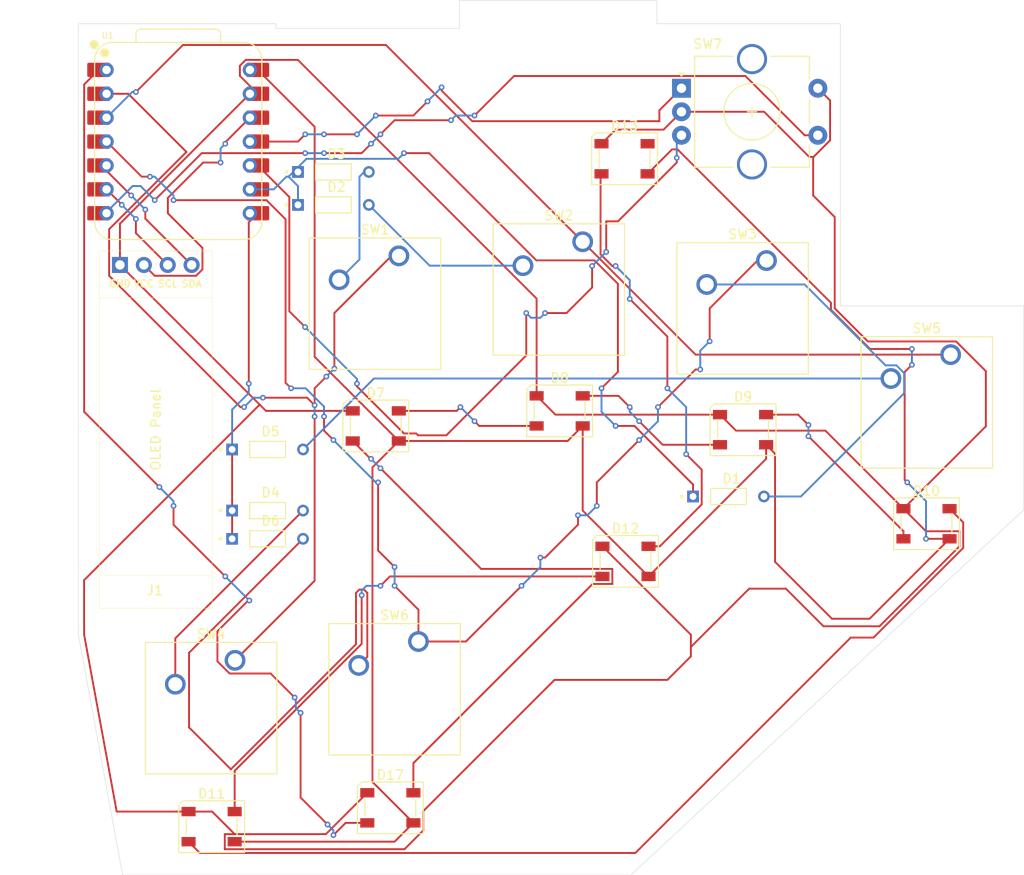
<source format=kicad_pcb>
(kicad_pcb (version 20241229) (generator "pcbnew") (generator_version "9.0")
  (layers (0 "F.Cu" signal) (2 "B.Cu" signal) (13 "F.Paste" user) (15 "B.Paste" user) (5 "F.SilkS" user "F.Silkscreen") (7 "B.SilkS" user "B.Silkscreen") (1 "F.Mask" user) (3 "B.Mask" user) (25 "Edge.Cuts" user))
  (net 0 "")
  (net 1 "Net-(D17-DOUT)")
  (net 2 "+5V")
  (net 3 "Net-(D7-DOUT)")
  (net 4 "GND")
  (net 5 "Net-(D8-DOUT)")
  (net 6 "Net-(D10-DIN)")
  (net 7 "Net-(D10-DOUT)")
  (net 8 "Net-(D17-DIN)")
  (net 9 "Net-(U1-GPIO27{slash}ADC1{slash}A1)")
  (net 10 "Net-(U1-GPIO28{slash}ADC2{slash}A2)")
  (net 11 "Net-(U1-GPIO29{slash}ADC3{slash}A3)")
  (net 12 "Net-(U1-GPIO3{slash}MOSI)")
  (net 13 "Net-(U1-GPIO4{slash}MISO)")
  (net 14 "Net-(U1-GPIO0{slash}TX)")
  (net 15 "+3.3V")
  (net 16 "Net-(J1-Pin_3)")
  (net 17 "Net-(J1-Pin_4)")
  (net 18 "Net-(D1-PadA)")
  (net 19 "Net-(U1-GPIO2{slash}SCK)")
  (net 20 "Net-(D2-PadA)")
  (net 21 "Net-(D3-PadA)")
  (net 22 "Net-(D4-PadA)")
  (net 23 "Net-(U1-GPIO1{slash}RX)")
  (net 24 "Net-(D5-PadA)")
  (net 25 "Net-(D6-PadA)")
  (net 26 "Net-(D11-DOUT)")
  (net 27 "Net-(D12-DOUT)")
  (footprint "OPL:XIAO-RP2040-DIP" (layer "F.Cu") (at 137.5 60.2685)
    (property "Reference" "U1")
    (property "Value" "XIAO-RP2040-DIP")
  )
  (footprint "Button_Switch_Keyboard:SW_Cherry_MX_1.00u_PCB" (layer "F.Cu") (at 200.04 72.92)
    (property "Reference" "SW3")
    (property "Value" "SW_Push")
  )
  (footprint "1N4148:DIOAD753W49L380D172B" (layer "F.Cu") (at 154 67)
    (property "Reference" "D2")
    (property "Value" "1N4148")
  )
  (footprint "LED_SMD:LED_SK6812_PLCC4_5.0x5.0mm_P3.2mm" (layer "F.Cu") (at 141.05 133.1)
    (property "Reference" "D11")
    (property "Value" "SK6812")
  )
  (footprint "1N4148:DIOAD753W49L380D172B" (layer "F.Cu") (at 154 63.5)
    (property "Reference" "D3")
    (property "Value" "1N4148")
  )
  (footprint "LED_SMD:LED_SK6812_PLCC4_5.0x5.0mm_P3.2mm" (layer "F.Cu") (at 184.95 62.1)
    (property "Reference" "D13")
    (property "Value" "SK6812")
  )
  (footprint "LED_SMD:LED_SK6812_PLCC4_5.0x5.0mm_P3.2mm" (layer "F.Cu") (at 185.05 104.9)
    (property "Reference" "D12")
    (property "Value" "SK6812")
  )
  (footprint "LED_SMD:LED_SK6812_PLCC4_5.0x5.0mm_P3.2mm" (layer "F.Cu") (at 197.55 90.9)
    (property "Reference" "D9")
    (property "Value" "SK6812")
  )
  (footprint "Button_Switch_Keyboard:SW_Cherry_MX_1.00u_PCB" (layer "F.Cu") (at 163.04 113.42)
    (property "Reference" "SW6")
    (property "Value" "SW_Push")
  )
  (footprint "Button_Switch_Keyboard:SW_Cherry_MX_1.00u_PCB" (layer "F.Cu") (at 180.5 70.92)
    (property "Reference" "SW2")
    (property "Value" "SW_Push")
  )
  (footprint "LED_SMD:LED_SK6812_PLCC4_5.0x5.0mm_P3.2mm" (layer "F.Cu") (at 158.5 90.5)
    (property "Reference" "D7")
    (property "Value" "SK6812")
  )
  (footprint "KiCad-SSD1306-0.91-OLED-4pin-128x32.pretty-master:SSD1306-0.91-OLED-4pin-128x32" (layer "F.Cu") (at 129.115 109.885 90)
    (property "Reference" "J1")
    (property "Value" "Conn_01x04_Socket")
  )
  (footprint "LED_SMD:LED_SK6812_PLCC4_5.0x5.0mm_P3.2mm" (layer "F.Cu") (at 160.05 131.1)
    (property "Reference" "D17")
    (property "Value" "SK6812")
  )
  (footprint "Button_Switch_Keyboard:SW_Cherry_MX_1.00u_PCB" (layer "F.Cu") (at 143.54 115.42)
    (property "Reference" "SW4")
    (property "Value" "SW_Push")
  )
  (footprint "LED_SMD:LED_SK6812_PLCC4_5.0x5.0mm_P3.2mm" (layer "F.Cu") (at 217.05 100.9)
    (property "Reference" "D10")
    (property "Value" "SK6812")
  )
  (footprint "Rotary Encoder:RotaryEncoder_Alps_EC11E-Switch_Vertical_H20mm_CircularMountingHoles" (layer "F.Cu") (at 191 54.6)
    (property "Reference" "SW7")
    (property "Value" "RotaryEncoder_Switch")
  )
  (footprint "Button_Switch_Keyboard:SW_Cherry_MX_1.00u_PCB" (layer "F.Cu") (at 219.62 82.92)
    (property "Reference" "SW5")
    (property "Value" "SW_Push")
  )
  (footprint "1N4148:DIOAD753W49L380D172B" (layer "F.Cu") (at 196 98)
    (property "Reference" "D1")
    (property "Value" "1N4148")
  )
  (footprint "Button_Switch_Keyboard:SW_Cherry_MX_1.00u_PCB" (layer "F.Cu") (at 160.96 72.42)
    (property "Reference" "SW1")
    (property "Value" "SW_Push")
  )
  (footprint "1N4148:DIOAD753W49L380D172B" (layer "F.Cu") (at 147 93)
    (property "Reference" "D5")
    (property "Value" "1N4148")
  )
  (footprint "1N4148:DIOAD753W49L380D172B" (layer "F.Cu") (at 147 99.5)
    (property "Reference" "D4")
    (property "Value" "1N4148")
  )
  (footprint "1N4148:DIOAD753W49L380D172B" (layer "F.Cu") (at 147 102.5)
    (property "Reference" "D6")
    (property "Value" "1N4148")
  )
  (footprint "LED_SMD:LED_SK6812_PLCC4_5.0x5.0mm_P3.2mm" (layer "F.Cu") (at 178.05 88.9)
    (property "Reference" "D8")
    (property "Value" "SK6812")
  )
  (gr_poly (pts (xy 131.590454 138.243143) (xy 126.893086 112.743143) (xy 126.893086 47.743143) (xy 147.893086 47.743143) (xy 147.893086 48.243143) (xy 167.393086 48.243143) (xy 167.393086 45.243143) (xy 188.393086 45.243143) (xy 188.393086 47.743143) (xy 207.893086 47.743143) (xy 207.893086 77.743143) (xy 227.393086 77.743143) (xy 227.393086 98.743143) (xy 227.393086 99.419909) (xy 185.615911 138.243143)) (stroke (width 0.05)) (fill no) (layer "Edge.Cuts"))
  (segment (start 159 95) (end 159.25 95.25) (width 0.2) (layer "F.Cu") (net 1))
  (segment (start 162.5 126.35) (end 181.549 107.301) (width 0.2) (layer "F.Cu") (net 1))
  (segment (start 181.549 107.301) (end 183.651 107.301) (width 0.2) (layer "F.Cu") (net 1))
  (segment (start 183.651 105.699) (end 169.699 105.699) (width 0.2) (layer "F.Cu") (net 1))
  (segment (start 169.699 105.699) (end 159 95) (width 0.2) (layer "F.Cu") (net 1))
  (segment (start 156.05 92.1) (end 157.95 94) (width 0.2) (layer "F.Cu") (net 1))
  (segment (start 183.651 107.301) (end 183.651 105.699) (width 0.2) (layer "F.Cu") (net 1))
  (segment (start 157.95 94) (end 158 94) (width 0.2) (layer "F.Cu") (net 1))
  (segment (start 162.5 129.5) (end 162.5 126.35) (width 0.2) (layer "F.Cu") (net 1))
  (via (at 158 94) (size 0.6) (drill 0.3) (layers "F.Cu" "B.Cu") (net 1))
  (via (at 159 95) (size 0.6) (drill 0.3) (layers "F.Cu" "B.Cu") (net 1))
  (segment (start 158 94) (end 159 95) (width 0.2) (layer "B.Cu") (net 1))
  (segment (start 206.891086 78.158185) (end 211.052901 82.32) (width 0.2) (layer "F.Cu") (net 2))
  (segment (start 206.891086 77.411873) (end 206.891086 78.158185) (width 0.2) (layer "F.Cu") (net 2))
  (segment (start 214.729 96.229) (end 214.729 84.771) (width 0.2) (layer "F.Cu") (net 2))
  (segment (start 214.729 84.771) (end 215.5 84) (width 0.2) (layer "F.Cu") (net 2))
  (segment (start 160.5 134.7) (end 143.5 134.7) (width 0.2) (layer "F.Cu") (net 2))
  (segment (start 215 96.5) (end 214.729 96.229) (width 0.2) (layer "F.Cu") (net 2))
  (segment (start 200 94) (end 187.5 106.5) (width 0.2) (layer "F.Cu") (net 2))
  (segment (start 190.578213 61.099) (end 206.891086 77.411873) (width 0.2) (layer "F.Cu") (net 2))
  (segment (start 158.149 128.349) (end 162.5 132.7) (width 0.2) (layer "F.Cu") (net 2))
  (segment (start 187.5 106.5) (end 180.5 99.5) (width 0.2) (layer "F.Cu") (net 2))
  (segment (start 200.95 93.45) (end 200.95 104.95) (width 0.2) (layer "F.Cu") (net 2))
  (segment (start 187.4 63.7) (end 190.001 61.099) (width 0.2) (layer "F.Cu") (net 2))
  (segment (start 180.5 90.5) (end 178.9 92.1) (width 0.2) (layer "F.Cu") (net 2))
  (segment (start 211.052901 82.32) (end 215.5 82.32) (width 0.2) (layer "F.Cu") (net 2))
  (segment (start 180.5 99.5) (end 180.5 90.5) (width 0.2) (layer "F.Cu") (net 2))
  (segment (start 160.95 92.1) (end 152 83.15) (width 0.2) (layer "F.Cu") (net 2))
  (segment (start 178.9 92.1) (end 160.95 92.1) (width 0.2) (layer "F.Cu") (net 2))
  (segment (start 200.95 104.95) (end 207 111) (width 0.2) (layer "F.Cu") (net 2))
  (segment (start 160.95 92.1) (end 158.149 94.901) (width 0.2) (layer "F.Cu") (net 2))
  (segment (start 162.5 132.7) (end 160.5 134.7) (width 0.2) (layer "F.Cu") (net 2))
  (segment (start 158.149 94.901) (end 158.149 128.349) (width 0.2) (layer "F.Cu") (net 2))
  (segment (start 200 92.5) (end 200.95 93.45) (width 0.2) (layer "F.Cu") (net 2))
  (segment (start 211 111) (end 219.5 102.5) (width 0.2) (layer "F.Cu") (net 2))
  (segment (start 200 92.5) (end 200 94) (width 0.2) (layer "F.Cu") (net 2))
  (segment (start 152 83.15) (end 152 58.6935) (width 0.2) (layer "F.Cu") (net 2))
  (segment (start 190.001 61.099) (end 190.578213 61.099) (width 0.2) (layer "F.Cu") (net 2))
  (segment (start 219.5 102.5) (end 217 102.5) (width 0.2) (layer "F.Cu") (net 2))
  (segment (start 207 111) (end 211 111) (width 0.2) (layer "F.Cu") (net 2))
  (segment (start 152 58.6935) (end 145.955 52.6485) (width 0.2) (layer "F.Cu") (net 2))
  (via (at 215 96.5) (size 0.6) (drill 0.3) (layers "F.Cu" "B.Cu") (net 2))
  (via (at 217 102.5) (size 0.6) (drill 0.3) (layers "F.Cu" "B.Cu") (net 2))
  (via (at 215.5 82.32) (size 0.6) (drill 0.3) (layers "F.Cu" "B.Cu") (net 2))
  (via (at 215.5 84) (size 0.6) (drill 0.3) (layers "F.Cu" "B.Cu") (net 2))
  (segment (start 217 102.5) (end 217 98.5) (width 0.2) (layer "B.Cu") (net 2))
  (segment (start 217 98.5) (end 215 96.5) (width 0.2) (layer "B.Cu") (net 2))
  (segment (start 215.5 82.32) (end 215.5 84) (width 0.2) (layer "B.Cu") (net 2))
  (segment (start 175.6 90.5) (end 169.5 90.5) (width 0.2) (layer "F.Cu") (net 3))
  (segment (start 167.1 88.9) (end 160.95 88.9) (width 0.2) (layer "F.Cu") (net 3))
  (segment (start 169.5 90.5) (end 169 90) (width 0.2) (layer "F.Cu") (net 3))
  (segment (start 167.5 88.5) (end 167.1 88.9) (width 0.2) (layer "F.Cu") (net 3))
  (via (at 169 90) (size 0.6) (drill 0.3) (layers "F.Cu" "B.Cu") (net 3))
  (via (at 167.5 88.5) (size 0.6) (drill 0.3) (layers "F.Cu" "B.Cu") (net 3))
  (segment (start 169 90) (end 167.5 88.5) (width 0.2) (layer "B.Cu") (net 3))
  (segment (start 138.6 131.5) (end 130.959408 131.5) (width 0.2) (layer "F.Cu") (net 4))
  (segment (start 189.5 117.5) (end 177.5 117.5) (width 0.2) (layer "F.Cu") (net 4))
  (segment (start 146.21 88.29) (end 146.82 88.9) (width 0.2) (layer "F.Cu") (net 4))
  (segment (start 184 59) (end 189.1 59) (width 0.2) (layer "F.Cu") (net 4))
  (segment (start 220.200314 81.519) (end 210.819001 81.519) (width 0.2) (layer "F.Cu") (net 4))
  (segment (start 220.551 101.699) (end 216.999 101.699) (width 0.2) (layer "F.Cu") (net 4))
  (segment (start 192 112.7) (end 182.6 103.3) (width 0.2) (layer "F.Cu") (net 4))
  (segment (start 223.361 84.679686) (end 220.200314 81.519) (width 0.2) (layer "F.Cu") (net 4))
  (segment (start 207.292086 68.292086) (end 205 66) (width 0.2) (layer "F.Cu") (net 4))
  (segment (start 163.551 133.501) (end 161.551 135.501) (width 0.2) (layer "F.Cu") (net 4))
  (segment (start 146.82 88.9) (end 156.05 88.9) (width 0.2) (layer "F.Cu") (net 4))
  (segment (start 163.551 131.449) (end 163.551 133.501) (width 0.2) (layer "F.Cu") (net 4))
  (segment (start 206.801 60.138892) (end 206.801 55.901) (width 0.2) (layer "F.Cu") (net 4))
  (segment (start 196.8 91) (end 195.1 89.3) (width 0.2) (layer "F.Cu") (net 4))
  (segment (start 210.819001 81.519) (end 207.292086 77.992085) (width 0.2) (layer "F.Cu") (net 4))
  (segment (start 177.6 89.3) (end 195.1 89.3) (width 0.2) (layer "F.Cu") (net 4))
  (segment (start 212.051 111.801) (end 220.551 103.301) (width 0.2) (layer "F.Cu") (net 4))
  (segment (start 144.057 52.20819) (end 144.67969 51.5855) (width 0.2) (layer "F.Cu") (net 4))
  (segment (start 206.101 111.801) (end 212.051 111.801) (width 0.2) (layer "F.Cu") (net 4))
  (segment (start 131.305 69.0035) (end 131.305 73.385) (width 0.2) (layer "F.Cu") (net 4))
  (segment (start 205.038892 61.901) (end 206.801 60.138892) (width 0.2) (layer "F.Cu") (net 4))
  (segment (start 205 61.901) (end 205.038892 61.901) (width 0.2) (layer "F.Cu") (net 4))
  (segment (start 214.6 99.3) (end 223.361 90.539) (width 0.2) (layer "F.Cu") (net 4))
  (segment (start 131.305 73.385) (end 146.21 88.29) (width 0.2) (layer "F.Cu") (net 4))
  (segment (start 223.361 90.539) (end 223.361 84.679686) (width 0.2) (layer "F.Cu") (net 4))
  (segment (start 150.220684 51.5855) (end 175.6 76.964816) (width 0.2) (layer "F.Cu") (net 4))
  (segment (start 145.12 55.1885) (end 131.305 69.0035) (width 0.2) (layer "F.Cu") (net 4))
  (segment (start 214.6 99.3) (end 206.3 91) (width 0.2) (layer "F.Cu") (net 4))
  (segment (start 192 114) (end 192 112.7) (width 0.2) (layer "F.Cu") (net 4))
  (segment (start 143.5 133.899) (end 153.201 133.899) (width 0.2) (layer "F.Cu") (net 4))
  (segment (start 153.201 133.899) (end 157.6 129.5) (width 0.2) (layer "F.Cu") (net 4))
  (segment (start 206.3 91) (end 196.8 91) (width 0.2) (layer "F.Cu") (net 4))
  (segment (start 192 115) (end 189.5 117.5) (width 0.2) (layer "F.Cu") (net 4))
  (segment (start 192 114) (end 198.2 107.8) (width 0.2) (layer "F.Cu") (net 4))
  (segment (start 175.6 87.3) (end 177.6 89.3) (width 0.2) (layer "F.Cu") (net 4))
  (segment (start 192 115) (end 192 114) (width 0.2) (layer "F.Cu") (net 4))
  (segment (start 204.5839 61.901) (end 205 61.901) (width 0.2) (layer "F.Cu") (net 4))
  (segment (start 146.1015 88.29) (end 146.21 88.29) (width 0.2) (layer "F.Cu") (net 4))
  (segment (start 191 57.1) (end 199.7829 57.1) (width 0.2) (layer "F.Cu") (net 4))
  (segment (start 175.6 76.964816) (end 175.6 87.3) (width 0.2) (layer "F.Cu") (net 4))
  (segment (start 143.5 133.899) (end 141.101 131.5) (width 0.2) (layer "F.Cu") (net 4))
  (segment (start 145.955 55.1885) (end 144.057 53.2905) (width 0.2) (layer "F.Cu") (net 4))
  (segment (start 216.999 101.699) (end 214.6 99.3) (width 0.2) (layer "F.Cu") (net 4))
  (segment (start 199.7829 57.1) (end 204.5839 61.901) (width 0.2) (layer "F.Cu") (net 4))
  (segment (start 220.551 103.301) (end 220.551 101.699) (width 0.2) (layer "F.Cu") (net 4))
  (segment (start 189.1 59) (end 191 57.1) (width 0.2) (layer "F.Cu") (net 4))
  (segment (start 206.801 55.901) (end 205.5 54.6) (width 0.2) (layer "F.Cu") (net 4))
  (segment (start 142.449 135.501) (end 142.449 133.899) (width 0.2) (layer "F.Cu") (net 4))
  (segment (start 130.959408 131.5) (end 127.494086 112.688251) (width 0.2) (layer "F.Cu") (net 4))
  (segment (start 141.101 131.5) (end 138.6 131.5) (width 0.2) (layer "F.Cu") (net 4))
  (segment (start 144.057 53.2905) (end 144.057 52.20819) (width 0.2) (layer "F.Cu") (net 4))
  (segment (start 177.5 117.5) (end 163.551 131.449) (width 0.2) (layer "F.Cu") (net 4))
  (segment (start 198.2 107.8) (end 202.1 107.8) (width 0.2) (layer "F.Cu") (net 4))
  (segment (start 144.67969 51.5855) (end 150.220684 51.5855) (width 0.2) (layer "F.Cu") (net 4))
  (segment (start 161.551 135.501) (end 142.449 135.501) (width 0.2) (layer "F.Cu") (net 4))
  (segment (start 182.5 60.5) (end 184 59) (width 0.2) (layer "F.Cu") (net 4))
  (segment (start 142.449 133.899) (end 143.5 133.899) (width 0.2) (layer "F.Cu") (net 4))
  (segment (start 202.1 107.8) (end 206.101 111.801) (width 0.2) (layer "F.Cu") (net 4))
  (segment (start 127.494086 106.897414) (end 146.1015 88.29) (width 0.2) (layer "F.Cu") (net 4))
  (segment (start 207.292086 77.992085) (end 207.292086 68.292086) (width 0.2) (layer "F.Cu") (net 4))
  (segment (start 127.494086 112.688251) (end 127.494086 106.897414) (width 0.2) (layer "F.Cu") (net 4))
  (segment (start 205 66) (end 205 61.901) (width 0.2) (layer "F.Cu") (net 4))
  (segment (start 195.1 92.5) (end 189 92.5) (width 0.2) (layer "F.Cu") (net 5))
  (segment (start 189 92.5) (end 186.5 90) (width 0.2) (layer "F.Cu") (net 5))
  (segment (start 184.3 87.3) (end 185.5 88.5) (width 0.2) (layer "F.Cu") (net 5))
  (segment (start 180.5 87.3) (end 184.3 87.3) (width 0.2) (layer "F.Cu") (net 5))
  (segment (start 185.5 88.5) (end 185.7 88.7) (width 0.2) (layer "F.Cu") (net 5))
  (via (at 186.5 90) (size 0.6) (drill 0.3) (layers "F.Cu" "B.Cu") (net 5))
  (via (at 185.5 88.5) (size 0.6) (drill 0.3) (layers "F.Cu" "B.Cu") (net 5))
  (segment (start 185.5 89) (end 186.5 90) (width 0.2) (layer "B.Cu") (net 5))
  (segment (start 185.5 88.5) (end 185.5 89) (width 0.2) (layer "B.Cu") (net 5))
  (segment (start 214.6 101.7) (end 204.5 91.6) (width 0.2) (layer "F.Cu") (net 6))
  (segment (start 214.6 102.5) (end 214.6 101.7) (width 0.2) (layer "F.Cu") (net 6))
  (segment (start 203.4 89.3) (end 204.5 90.4) (width 0.2) (layer "F.Cu") (net 6))
  (segment (start 200 89.3) (end 203.4 89.3) (width 0.2) (layer "F.Cu") (net 6))
  (via (at 204.5 91.6) (size 0.6) (drill 0.3) (layers "F.Cu" "B.Cu") (net 6))
  (via (at 204.5 90.4) (size 0.6) (drill 0.3) (layers "F.Cu" "B.Cu") (net 6))
  (segment (start 204.5 91.6) (end 204.5 90.4) (width 0.2) (layer "B.Cu") (net 6))
  (segment (start 211.4191 113) (end 220.952 103.4671) (width 0.2) (layer "F.Cu") (net 7))
  (segment (start 186.098 135.902) (end 209 113) (width 0.2) (layer "F.Cu") (net 7))
  (segment (start 220.952 100.752) (end 219.5 99.3) (width 0.2) (layer "F.Cu") (net 7))
  (segment (start 220.952 103.4671) (end 220.952 100.752) (width 0.2) (layer "F.Cu") (net 7))
  (segment (start 209 113) (end 211.4191 113) (width 0.2) (layer "F.Cu") (net 7))
  (segment (start 219.5 99.3) (end 219.5 99.5) (width 0.2) (layer "F.Cu") (net 7))
  (segment (start 138.6 134.7) (end 139.802 135.902) (width 0.2) (layer "F.Cu") (net 7))
  (segment (start 139.802 135.902) (end 186.098 135.902) (width 0.2) (layer "F.Cu") (net 7))
  (segment (start 150.508608 130.008608) (end 150.508608 121.008608) (width 0.2) (layer "F.Cu") (net 8))
  (segment (start 157.6 132.7) (end 155.3 132.7) (width 0.2) (layer "F.Cu") (net 8))
  (segment (start 127.5 54.1935) (end 129.045 52.6485) (width 0.2) (layer "F.Cu") (net 8))
  (segment (start 145 109) (end 145.058515 109.058515) (width 0.2) (layer "F.Cu") (net 8))
  (segment (start 142.5 106.5) (end 137 101) (width 0.2) (layer "F.Cu") (net 8))
  (segment (start 153.375735 132.875735) (end 150.508608 130.008608) (width 0.2) (layer "F.Cu") (net 8))
  (segment (start 155.3 132.7) (end 154 134) (width 0.2) (layer "F.Cu") (net 8))
  (segment (start 137 101) (end 137 99) (width 0.2) (layer "F.Cu") (net 8))
  (segment (start 149.876528 119.376528) (end 147.321 116.821) (width 0.2) (layer "F.Cu") (net 8))
  (segment (start 147.321 116.821) (end 142.959686 116.821) (width 0.2) (layer "F.Cu") (net 8))
  (segment (start 135.5 97) (end 127.5 89) (width 0.2) (layer "F.Cu") (net 8))
  (segment (start 141.6678 112.3322) (end 145 109) (width 0.2) (layer "F.Cu") (net 8))
  (segment (start 141.6678 115.529114) (end 141.6678 112.3322) (width 0.2) (layer "F.Cu") (net 8))
  (segment (start 142.959686 116.821) (end 141.6678 115.529114) (width 0.2) (layer "F.Cu") (net 8))
  (segment (start 127.5 89) (end 127.5 54.1935) (width 0.2) (layer "F.Cu") (net 8))
  (via (at 149.876528 119.376528) (size 0.6) (drill 0.3) (layers "F.Cu" "B.Cu") (net 8))
  (via (at 142.5 106.5) (size 0.6) (drill 0.3) (layers "F.Cu" "B.Cu") (net 8))
  (via (at 145.058515 109.058515) (size 0.6) (drill 0.3) (layers "F.Cu" "B.Cu") (net 8))
  (via (at 154 134) (size 0.6) (drill 0.3) (layers "F.Cu" "B.Cu") (net 8))
  (via (at 137 99) (size 0.6) (drill 0.3) (layers "F.Cu" "B.Cu") (net 8))
  (via (at 135.5 97) (size 0.6) (drill 0.3) (layers "F.Cu" "B.Cu") (net 8))
  (via (at 153.375735 132.875735) (size 0.6) (drill 0.3) (layers "F.Cu" "B.Cu") (net 8))
  (via (at 150.508608 121.008608) (size 0.6) (drill 0.3) (layers "F.Cu" "B.Cu") (net 8))
  (segment (start 150 120.5) (end 150 119.5) (width 0.2) (layer "B.Cu") (net 8))
  (segment (start 137 98.5) (end 135.5 97) (width 0.2) (layer "B.Cu") (net 8))
  (segment (start 150.508608 121.008608) (end 150 120.5) (width 0.2) (layer "B.Cu") (net 8))
  (segment (start 137 99) (end 137 98.5) (width 0.2) (layer "B.Cu") (net 8))
  (segment (start 154 134) (end 154 133.5) (width 0.2) (layer "B.Cu") (net 8))
  (segment (start 154 133.5) (end 153.375735 132.875735) (width 0.2) (layer "B.Cu") (net 8))
  (segment (start 145.058515 109.058515) (end 142.5 106.5) (width 0.2) (layer "B.Cu") (net 8))
  (segment (start 150 119.5) (end 149.876528 119.376528) (width 0.2) (layer "B.Cu") (net 8))
  (segment (start 153.250735 85.249265) (end 152 86.5) (width 0.2) (layer "F.Cu") (net 9))
  (segment (start 154.099265 78.495919) (end 160.175184 72.42) (width 0.2) (layer "F.Cu") (net 9))
  (segment (start 129.88 55.1885) (end 132.1885 55.1885) (width 0.2) (layer "F.Cu") (net 9))
  (segment (start 152 106.96) (end 152 89.5) (width 0.2) (layer "F.Cu") (net 9))
  (segment (start 138.3707 61.3707) (end 130.154 69.5874) (width 0.2) (layer "F.Cu") (net 9))
  (segment (start 130.154 69.5874) (end 130.154 74.536) (width 0.2) (layer "F.Cu") (net 9))
  (segment (start 130.154 74.536) (end 144.118 88.5) (width 0.2) (layer "F.Cu") (net 9))
  (segment (start 146.5 87.5) (end 151.2 87.5) (width 0.2) (layer "F.Cu") (net 9))
  (segment (start 154.099265 84.400735) (end 154.099265 78.495919) (width 0.2) (layer "F.Cu") (net 9))
  (segment (start 160.175184 72.42) (end 160.96 72.42) (width 0.2) (layer "F.Cu") (net 9))
  (segment (start 152 86.5) (end 152 88.3) (width 0.2) (layer "F.Cu") (net 9))
  (segment (start 132.1885 55.1885) (end 138.3707 61.3707) (width 0.2) (layer "F.Cu") (net 9))
  (segment (start 144.118 88.5) (end 144.5 88.5) (width 0.2) (layer "F.Cu") (net 9))
  (segment (start 151.2 87.5) (end 152 88.3) (width 0.2) (layer "F.Cu") (net 9))
  (segment (start 143.54 115.42) (end 152 106.96) (width 0.2) (layer "F.Cu") (net 9))
  (via (at 152 88.3) (size 0.6) (drill 0.3) (layers "F.Cu" "B.Cu") (net 9))
  (via (at 144.5 88.5) (size 0.6) (drill 0.3) (layers "F.Cu" "B.Cu") (net 9))
  (via (at 154.099265 84.400735) (size 0.6) (drill 0.3) (layers "F.Cu" "B.Cu") (net 9))
  (via (at 152 89.5) (size 0.6) (drill 0.3) (layers "F.Cu" "B.Cu") (net 9))
  (via (at 153.250735 85.249265) (size 0.6) (drill 0.3) (layers "F.Cu" "B.Cu") (net 9))
  (via (at 146.5 87.5) (size 0.6) (drill 0.3) (layers "F.Cu" "B.Cu") (net 9))
  (segment (start 144.5 88.5) (end 145.5 87.5) (width 0.2) (layer "B.Cu") (net 9))
  (segment (start 153.250735 85.249265) (end 154.099265 84.400735) (width 0.2) (layer "B.Cu") (net 9))
  (segment (start 145.5 87.5) (end 146.5 87.5) (width 0.2) (layer "B.Cu") (net 9))
  (segment (start 152 89.5) (end 152 88.3) (width 0.2) (layer "B.Cu") (net 9))
  (segment (start 129.7715 57.7285) (end 129.5 58) (width 0.2) (layer "F.Cu") (net 10))
  (segment (start 192.5 82.92) (end 180.5 70.92) (width 0.2) (layer "F.Cu") (net 10))
  (segment (start 159.58 50) (end 180.5 70.92) (width 0.2) (layer "F.Cu") (net 10))
  (segment (start 133 55) (end 138 50) (width 0.2) (layer "F.Cu") (net 10))
  (segment (start 219.62 82.92) (end 192.5 82.92) (width 0.2) (layer "F.Cu") (net 10))
  (segment (start 138 50) (end 159.58 50) (width 0.2) (layer "F.Cu") (net 10))
  (segment (start 129.88 57.7285) (end 129.7715 57.7285) (width 0.2) (layer "F.Cu") (net 10))
  (via (at 133 55) (size 0.6) (drill 0.3) (layers "F.Cu" "B.Cu") (net 10))
  (segment (start 129.88 57.7285) (end 132.6085 55) (width 0.2) (layer "B.Cu") (net 10))
  (segment (start 132.6085 55) (end 133 55) (width 0.2) (layer "B.Cu") (net 10))
  (segment (start 163.04 113.42) (end 163.04 110.04) (width 0.2) (layer "F.Cu") (net 11))
  (segment (start 148.9105 85.9105) (end 149.5 86.5) (width 0.2) (layer "F.Cu") (net 11))
  (segment (start 188.5 88.5) (end 192.5 84.5) (width 0.2) (layer "F.Cu") (net 11))
  (segment (start 146.885126 66.5) (end 148.9105 68.525374) (width 0.2) (layer "F.Cu") (net 11))
  (segment (start 192.5 84.5) (end 193 84.5) (width 0.2) (layer "F.Cu") (net 11))
  (segment (start 153 91) (end 154 92) (width 0.2) (layer "F.Cu") (net 11))
  (segment (start 180 101) (end 180 100) (width 0.2) (layer "F.Cu") (net 11))
  (segment (start 163.04 110.04) (end 160.5 107.5) (width 0.2) (layer "F.Cu") (net 11))
  (segment (start 194 78) (end 199.08 72.92) (width 0.2) (layer "F.Cu") (net 11))
  (segment (start 199.08 72.92) (end 200.04 72.92) (width 0.2) (layer "F.Cu") (net 11))
  (segment (start 158.749 96.5) (end 158.749 103.749) (width 0.2) (layer "F.Cu") (net 11))
  (segment (start 176 104.5) (end 176.5 104.5) (width 0.2) (layer "F.Cu") (net 11))
  (segment (start 137 66.5) (end 146.885126 66.5) (width 0.2) (layer "F.Cu") (net 11))
  (segment (start 148.9105 68.525374) (end 148.9105 85.9105) (width 0.2) (layer "F.Cu") (net 11))
  (segment (start 182 96.5) (end 186.5 92) (width 0.2) (layer "F.Cu") (net 11))
  (segment (start 176.5 104.5) (end 180 101) (width 0.2) (layer "F.Cu") (net 11))
  (segment (start 153 89.5) (end 153 91) (width 0.2) (layer "F.Cu") (net 11))
  (segment (start 168.08 113.42) (end 174 107.5) (width 0.2) (layer "F.Cu") (net 11))
  (segment (start 163.04 113.42) (end 168.08 113.42) (width 0.2) (layer "F.Cu") (net 11))
  (segment (start 182 99) (end 182 96.5) (width 0.2) (layer "F.Cu") (net 11))
  (segment (start 129.88 60.2685) (end 133.6115 64) (width 0.2) (layer "F.Cu") (net 11))
  (segment (start 194 81.5) (end 194 78) (width 0.2) (layer "F.Cu") (net 11))
  (segment (start 158.749 103.749) (end 160.5 105.5) (width 0.2) (layer "F.Cu") (net 11))
  (segment (start 133.6115 64) (end 134.5 64) (width 0.2) (layer "F.Cu") (net 11))
  (via (at 174 107.5) (size 0.6) (drill 0.3) (layers "F.Cu" "B.Cu") (net 11))
  (via (at 160.5 107.5) (size 0.6) (drill 0.3) (layers "F.Cu" "B.Cu") (net 11))
  (via (at 180 100) (size 0.6) (drill 0.3) (layers "F.Cu" "B.Cu") (net 11))
  (via (at 188.5 88.5) (size 0.6) (drill 0.3) (layers "F.Cu" "B.Cu") (net 11))
  (via (at 160.5 105.5) (size 0.6) (drill 0.3) (layers "F.Cu" "B.Cu") (net 11))
  (via (at 154 92) (size 0.6) (drill 0.3) (layers "F.Cu" "B.Cu") (net 11))
  (via (at 137 66.5) (size 0.6) (drill 0.3) (layers "F.Cu" "B.Cu") (net 11))
  (via (at 186.5 92) (size 0.6) (drill 0.3) (layers "F.Cu" "B.Cu") (net 11))
  (via (at 149.5 86.5) (size 0.6) (drill 0.3) (layers "F.Cu" "B.Cu") (net 11))
  (via (at 176 104.5) (size 0.6) (drill 0.3) (layers "F.Cu" "B.Cu") (net 11))
  (via (at 193 84.5) (size 0.6) (drill 0.3) (layers "F.Cu" "B.Cu") (net 11))
  (via (at 134.5 64) (size 0.6) (drill 0.3) (layers "F.Cu" "B.Cu") (net 11))
  (via (at 194 81.5) (size 0.6) (drill 0.3) (layers "F.Cu" "B.Cu") (net 11))
  (via (at 158.749 96.5) (size 0.6) (drill 0.3) (layers "F.Cu" "B.Cu") (net 11))
  (via (at 153 89.5) (size 0.6) (drill 0.3) (layers "F.Cu" "B.Cu") (net 11))
  (via (at 182 99) (size 0.6) (drill 0.3) (layers "F.Cu" "B.Cu") (net 11))
  (segment (start 134.5 64) (end 135 64) (width 0.2) (layer "B.Cu") (net 11))
  (segment (start 188 90.5) (end 188.5 90) (width 0.2) (layer "B.Cu") (net 11))
  (segment (start 153 88.450057) (end 153 89.5) (width 0.2) (layer "B.Cu") (net 11))
  (segment (start 137 66) (end 137 66.5) (width 0.2) (layer "B.Cu") (net 11))
  (segment (start 154 92) (end 158.5 96.5) (width 0.2) (layer "B.Cu") (net 11))
  (segment (start 149.5 86.5) (end 151.049943 86.5) (width 0.2) (layer "B.Cu") (net 11))
  (segment (start 135 64) (end 137 66) (width 0.2) (layer "B.Cu") (net 11))
  (segment (start 158.5 96.5) (end 158.749 96.5) (width 0.2) (layer "B.Cu") (net 11))
  (segment (start 181 100) (end 182 99) (width 0.2) (layer "B.Cu") (net 11))
  (segment (start 188.5 90) (end 188.5 88.5) (width 0.2) (layer "B.Cu") (net 11))
  (segment (start 186.5 92) (end 188 90.5) (width 0.2) (layer "B.Cu") (net 11))
  (segment (start 151.049943 86.5) (end 153 88.450057) (width 0.2) (layer "B.Cu") (net 11))
  (segment (start 193 84.5) (end 193 82.5) (width 0.2) (layer "B.Cu") (net 11))
  (segment (start 160.5 105.5) (end 160.5 107.5) (width 0.2) (layer "B.Cu") (net 11))
  (segment (start 193 82.5) (end 194 81.5) (width 0.2) (layer "B.Cu") (net 11))
  (segment (start 180 100) (end 181 100) (width 0.2) (layer "B.Cu") (net 11))
  (segment (start 176 105.5) (end 176 104.5) (width 0.2) (layer "B.Cu") (net 11))
  (segment (start 174 107.5) (end 176 105.5) (width 0.2) (layer "B.Cu") (net 11))
  (segment (start 168.751057 58.101) (end 188.649 58.101) (width 0.2) (layer "F.Cu") (net 12))
  (segment (start 162.5 57.5) (end 164 56) (width 0.2) (layer "F.Cu") (net 12))
  (segment (start 165.5 54.5) (end 165.5 54.849943) (width 0.2) (layer "F.Cu") (net 12))
  (segment (start 150.2315 60.2685) (end 151 59.5) (width 0.2) (layer "F.Cu") (net 12))
  (segment (start 188.649 56.951) (end 188.649 58.101) (width 0.2) (layer "F.Cu") (net 12))
  (segment (start 158.5 57.5) (end 162.5 57.5) (width 0.2) (layer "F.Cu") (net 12))
  (segment (start 153 59.5) (end 156.5 59.5) (width 0.2) (layer "F.Cu") (net 12))
  (segment (start 145.12 60.2685) (end 150.2315 60.2685) (width 0.2) (layer "F.Cu") (net 12))
  (segment (start 191 54.6) (end 188.649 56.951) (width 0.2) (layer "F.Cu") (net 12))
  (segment (start 165.5 54.849943) (end 168.751057 58.101) (width 0.2) (layer "F.Cu") (net 12))
  (via (at 153 59.5) (size 0.6) (drill 0.3) (layers "F.Cu" "B.Cu") (net 12))
  (via (at 165.5 54.5) (size 0.6) (drill 0.3) (layers "F.Cu" "B.Cu") (net 12))
  (via (at 156.5 59.5) (size 0.6) (drill 0.3) (layers "F.Cu" "B.Cu") (net 12))
  (via (at 151 59.5) (size 0.6) (drill 0.3) (layers "F.Cu" "B.Cu") (net 12))
  (via (at 158.5 57.5) (size 0.6) (drill 0.3) (layers "F.Cu" "B.Cu") (net 12))
  (via (at 164 56) (size 0.6) (drill 0.3) (layers "F.Cu" "B.Cu") (net 12))
  (segment (start 151 59.5) (end 153 59.5) (width 0.2) (layer "B.Cu") (net 12))
  (segment (start 156.5 59.5) (end 158.5 57.5) (width 0.2) (layer "B.Cu") (net 12))
  (segment (start 164 56) (end 165.5 54.5) (width 0.2) (layer "B.Cu") (net 12))
  (segment (start 161.497 91.299) (end 162.799 91.299) (width 0.2) (layer "F.Cu") (net 13))
  (segment (start 178.784816 78.5) (end 181.5 75.784816) (width 0.2) (layer "F.Cu") (net 13))
  (segment (start 166 91.5) (end 174.5 83) (width 0.2) (layer "F.Cu") (net 13))
  (segment (start 151 80) (end 150.987434 79.987434) (width 0.2) (layer "F.Cu") (net 13))
  (segment (start 190.5 62) (end 190.5 62.5) (width 0.2) (layer "F.Cu") (net 13))
  (segment (start 156.5 86) (end 156.5 86.302) (width 0.2) (layer "F.Cu") (net 13))
  (segment (start 145.955 62.8085) (end 149.3115 66.165) (width 0.2) (layer "F.Cu") (net 13))
  (segment (start 184.25 68.75) (end 183 68.75) (width 0.2) (layer "F.Cu") (net 13))
  (segment (start 183 72) (end 183 68.75) (width 0.2) (layer "F.Cu") (net 13))
  (segment (start 176.5 78.5) (end 178.784816 78.5) (width 0.2) (layer "F.Cu") (net 13))
  (segment (start 156.5 86.302) (end 161.497 91.299) (width 0.2) (layer "F.Cu") (net 13))
  (segment (start 174.5 83) (end 174.5 78.5) (width 0.2) (layer "F.Cu") (net 13))
  (segment (start 149.3115 78.3115) (end 150.987434 79.987434) (width 0.2) (layer "F.Cu") (net 13))
  (segment (start 163 91.5) (end 166 91.5) (width 0.2) (layer "F.Cu") (net 13))
  (segment (start 162.799 91.299) (end 163 91.5) (width 0.2) (layer "F.Cu") (net 13))
  (segment (start 190.5 62.5) (end 184.25 68.75) (width 0.2) (layer "F.Cu") (net 13))
  (segment (start 149.3115 66.165) (end 149.3115 78.3115) (width 0.2) (layer "F.Cu") (net 13))
  (segment (start 181.5 75.784816) (end 181.5 73.5) (width 0.2) (layer "F.Cu") (net 13))
  (segment (start 190.5 61.75) (end 190.5 62) (width 0.2) (layer "F.Cu") (net 13))
  (via (at 156.5 86) (size 0.6) (drill 0.3) (layers "F.Cu" "B.Cu") (net 13))
  (via (at 176.5 78.5) (size 0.6) (drill 0.3) (layers "F.Cu" "B.Cu") (net 13))
  (via (at 150.987434 79.987434) (size 0.6) (drill 0.3) (layers "F.Cu" "B.Cu") (net 13))
  (via (at 183 72) (size 0.6) (drill 0.3) (layers "F.Cu" "B.Cu") (net 13))
  (via (at 190.5 62) (size 0.6) (drill 0.3) (layers "F.Cu" "B.Cu") (net 13))
  (via (at 181.5 73.5) (size 0.6) (drill 0.3) (layers "F.Cu" "B.Cu") (net 13))
  (via (at 174.5 78.5) (size 0.6) (drill 0.3) (layers "F.Cu" "B.Cu") (net 13))
  (segment (start 175 79) (end 176 79) (width 0.2) (layer "B.Cu") (net 13))
  (segment (start 156.5 85.5) (end 156.5 86) (width 0.2) (layer "B.Cu") (net 13))
  (segment (start 190.5 60.1) (end 191 59.6) (width 0.2) (layer "B.Cu") (net 13))
  (segment (start 176 79) (end 176.5 78.5) (width 0.2) (layer "B.Cu") (net 13))
  (segment (start 190.5 62) (end 190.5 60.1) (width 0.2) (layer "B.Cu") (net 13))
  (segment (start 181.5 73.5) (end 183 72) (width 0.2) (layer "B.Cu") (net 13))
  (segment (start 150.987434 79.987434) (end 156.5 85.5) (width 0.2) (layer "B.Cu") (net 13))
  (segment (start 174.5 78.5) (end 175 79) (width 0.2) (layer "B.Cu") (net 13))
  (segment (start 197.799 53.299) (end 204.1 59.6) (width 0.2) (layer "F.Cu") (net 14))
  (segment (start 140 61.5) (end 151 61.5) (width 0.2) (layer "F.Cu") (net 14))
  (segment (start 135 66.5) (end 140 61.5) (width 0.2) (layer "F.Cu") (net 14))
  (segment (start 159 59.5) (end 160.5 58) (width 0.2) (layer "F.Cu") (net 14))
  (segment (start 129.88 67.8885) (end 129.045 67.8885) (width 0.2) (layer "F.Cu") (net 14))
  (segment (start 173.201 53.299) (end 197.799 53.299) (width 0.2) (layer "F.Cu") (net 14))
  (segment (start 153 61.5) (end 157 61.5) (width 0.2) (layer "F.Cu") (net 14))
  (segment (start 160.5 58) (end 166.5 58) (width 0.2) (layer "F.Cu") (net 14))
  (segment (start 204.1 59.6) (end 205.5 59.6) (width 0.2) (layer "F.Cu") (net 14))
  (segment (start 157 61.5) (end 158 60.5) (width 0.2) (layer "F.Cu") (net 14))
  (segment (start 169 57.5) (end 173.201 53.299) (width 0.2) (layer "F.Cu") (net 14))
  (via (at 169 57.5) (size 0.6) (drill 0.3) (layers "F.Cu" "B.Cu") (net 14))
  (via (at 159 59.5) (size 0.6) (drill 0.3) (layers "F.Cu" "B.Cu") (net 14))
  (via (at 166.5 58) (size 0.6) (drill 0.3) (layers "F.Cu" "B.Cu") (net 14))
  (via (at 151 61.5) (size 0.6) (drill 0.3) (layers "F.Cu" "B.Cu") (net 14))
  (via (at 158 60.5) (size 0.6) (drill 0.3) (layers "F.Cu" "B.Cu") (net 14))
  (via (at 153 61.5) (size 0.6) (drill 0.3) (layers "F.Cu" "B.Cu") (net 14))
  (via (at 135 66.5) (size 0.6) (drill 0.3) (layers "F.Cu" "B.Cu") (net 14))
  (segment (start 158 60.5) (end 159 59.5) (width 0.2) (layer "B.Cu") (net 14))
  (segment (start 151 61.5) (end 153 61.5) (width 0.2) (layer "B.Cu") (net 14))
  (segment (start 166.5 58) (end 167 57.5) (width 0.2) (layer "B.Cu") (net 14))
  (segment (start 167 57.5) (end 169 57.5) (width 0.2) (layer "B.Cu") (net 14))
  (segment (start 129.88 67.770057) (end 132.650057 65) (width 0.2) (layer "B.Cu") (net 14))
  (segment (start 132.650057 65) (end 133.5 65) (width 0.2) (layer "B.Cu") (net 14))
  (segment (start 133.5 65) (end 135 66.5) (width 0.2) (layer "B.Cu") (net 14))
  (segment (start 129.88 67.8885) (end 129.88 67.770057) (width 0.2) (layer "B.Cu") (net 14))
  (segment (start 139.40176 74.536) (end 140.076 73.86176) (width 0.2) (layer "F.Cu") (net 15))
  (segment (start 140.076 73.86176) (end 140.076 71.576) (width 0.2) (layer "F.Cu") (net 15))
  (segment (start 134.996 74.536) (end 139.40176 74.536) (width 0.2) (layer "F.Cu") (net 15))
  (segment (start 142.5 60.3485) (end 145.12 57.7285) (width 0.2) (layer "F.Cu") (net 15))
  (segment (start 136.399 67.899) (end 136.399 66.251057) (width 0.2) (layer "F.Cu") (net 15))
  (segment (start 140.076 71.576) (end 136.399 67.899) (width 0.2) (layer "F.Cu") (net 15))
  (segment (start 140.150057 62.5) (end 142 62.5) (width 0.2) (layer "F.Cu") (net 15))
  (segment (start 136.399 66.251057) (end 140.150057 62.5) (width 0.2) (layer "F.Cu") (net 15))
  (segment (start 133.845 73.385) (end 134.996 74.536) (width 0.2) (layer "F.Cu") (net 15))
  (segment (start 142.5 60.5) (end 142.5 60.3485) (width 0.2) (layer "F.Cu") (net 15))
  (via (at 142.5 60.5) (size 0.6) (drill 0.3) (layers "F.Cu" "B.Cu") (net 15))
  (via (at 142 62.5) (size 0.6) (drill 0.3) (layers "F.Cu" "B.Cu") (net 15))
  (segment (start 142.5 60.5) (end 142.6 60.6) (width 0.2) (layer "B.Cu") (net 15))
  (segment (start 142 62.5) (end 142 61) (width 0.2) (layer "B.Cu") (net 15))
  (segment (start 142 61) (end 142.5 60.5) (width 0.2) (layer "B.Cu") (net 15))
  (segment (start 133 70) (end 133 68.5) (width 0.2) (layer "F.Cu") (net 16))
  (segment (start 131.5 67) (end 131.5 66.9685) (width 0.2) (layer "F.Cu") (net 16))
  (segment (start 131.5 66.9685) (end 129.88 65.3485) (width 0.2) (layer "F.Cu") (net 16))
  (segment (start 136.385 73.385) (end 133 70) (width 0.2) (layer "F.Cu") (net 16))
  (via (at 131.5 67) (size 0.6) (drill 0.3) (layers "F.Cu" "B.Cu") (net 16))
  (via (at 133 68.5) (size 0.6) (drill 0.3) (layers "F.Cu" "B.Cu") (net 16))
  (segment (start 133 68.5) (end 131.5 67) (width 0.2) (layer "B.Cu") (net 16))
  (segment (start 134 68.46) (end 134 67.5) (width 0.2) (layer "F.Cu") (net 17))
  (segment (start 129.88 63.38) (end 132.5 66) (width 0.2) (layer "F.Cu") (net 17))
  (segment (start 129.88 62.8085) (end 129.88 63.38) (width 0.2) (layer "F.Cu") (net 17))
  (segment (start 138.925 73.385) (end 134 68.46) (width 0.2) (layer "F.Cu") (net 17))
  (via (at 134 67.5) (size 0.6) (drill 0.3) (layers "F.Cu" "B.Cu") (net 17))
  (via (at 132.5 66) (size 0.6) (drill 0.3) (layers "F.Cu" "B.Cu") (net 17))
  (segment (start 132.5 66) (end 134 67.5) (width 0.2) (layer "B.Cu") (net 17))
  (segment (start 204.090686 75.46) (end 212.689686 84.059) (width 0.2) (layer "B.Cu") (net 18))
  (segment (start 203.69847 98) (end 199.7685 98) (width 0.2) (layer "B.Cu") (net 18))
  (segment (start 212.689686 84.059) (end 213.850314 84.059) (width 0.2) (layer "B.Cu") (net 18))
  (segment (start 214.671 87.02747) (end 203.69847 98) (width 0.2) (layer "B.Cu") (net 18))
  (segment (start 214.671 84.879686) (end 214.671 87.02747) (width 0.2) (layer "B.Cu") (net 18))
  (segment (start 213.850314 84.059) (end 214.671 84.879686) (width 0.2) (layer "B.Cu") (net 18))
  (segment (start 193.69 75.46) (end 204.090686 75.46) (width 0.2) (layer "B.Cu") (net 18))
  (segment (start 192.2315 98) (end 192.2315 96.7315) (width 0.2) (layer "F.Cu") (net 19))
  (segment (start 181.748943 72.899) (end 175.570314 72.899) (width 0.2) (layer "F.Cu") (net 19))
  (segment (start 186 90.5) (end 184 90.5) (width 0.2) (layer "F.Cu") (net 19))
  (segment (start 175.570314 72.899) (end 164.171314 61.5) (width 0.2) (layer "F.Cu") (net 19))
  (segment (start 184.241 84.759) (end 184.241 75.391057) (width 0.2) (layer "F.Cu") (net 19))
  (segment (start 192.2315 96.7315) (end 186 90.5) (width 0.2) (layer "F.Cu") (net 19))
  (segment (start 182.5 86.5) (end 184.241 84.759) (width 0.2) (layer "F.Cu") (net 19))
  (segment (start 184.241 75.391057) (end 181.748943 72.899) (width 0.2) (layer "F.Cu") (net 19))
  (segment (start 164.171314 61.5) (end 161.5 61.5) (width 0.2) (layer "F.Cu") (net 19))
  (via (at 184 90.5) (size 0.6) (drill 0.3) (layers "F.Cu" "B.Cu") (net 19))
  (via (at 161.5 61.5) (size 0.6) (drill 0.3) (layers "F.Cu" "B.Cu") (net 19))
  (via (at 182.5 86.5) (size 0.6) (drill 0.3) (layers "F.Cu" "B.Cu") (net 19))
  (segment (start 182.5 89) (end 182.5 86.5) (width 0.2) (layer "B.Cu") (net 19))
  (segment (start 151.1305 62.101) (end 149.2315 64) (width 0.2) (layer "B.Cu") (net 19))
  (segment (start 147.6515 65.3485) (end 145.12 65.3485) (width 0.2) (layer "B.Cu") (net 19))
  (segment (start 184 90.5) (end 182.5 89) (width 0.2) (layer "B.Cu") (net 19))
  (segment (start 149 64) (end 147.6515 65.3485) (width 0.2) (layer "B.Cu") (net 19))
  (segment (start 150.2315 67) (end 150.2315 65) (width 0.2) (layer "B.Cu") (net 19))
  (segment (start 161.5 61.5) (end 160.899 62.101) (width 0.2) (layer "B.Cu") (net 19))
  (segment (start 149.2315 64) (end 149 64) (width 0.2) (layer "B.Cu") (net 19))
  (segment (start 160.899 62.101) (end 151.1305 62.101) (width 0.2) (layer "B.Cu") (net 19))
  (segment (start 150.2315 65) (end 149.2315 64) (width 0.2) (layer "B.Cu") (net 19))
  (segment (start 174.15 73.46) (end 164.2285 73.46) (width 0.2) (layer "B.Cu") (net 20))
  (segment (start 164.2285 73.46) (end 157.7685 67) (width 0.2) (layer "B.Cu") (net 20))
  (segment (start 156.7685 72.8015) (end 154.61 74.96) (width 0.2) (layer "B.Cu") (net 21))
  (segment (start 156.7685 64) (end 156.7685 72.8015) (width 0.2) (layer "B.Cu") (net 21))
  (segment (start 157.2685 63.5) (end 156.7685 64) (width 0.2) (layer "B.Cu") (net 21))
  (segment (start 157.7685 63.5) (end 157.2685 63.5) (width 0.2) (layer "B.Cu") (net 21))
  (segment (start 137.19 113.0785) (end 137.19 117.96) (width 0.2) (layer "F.Cu") (net 22))
  (segment (start 150.7685 99.5) (end 137.19 113.0785) (width 0.2) (layer "F.Cu") (net 22))
  (segment (start 145 68.8435) (end 145 86) (width 0.2) (layer "F.Cu") (net 23))
  (segment (start 143.2315 93) (end 143.2315 102.5) (width 0.2) (layer "F.Cu") (net 23))
  (segment (start 145.955 67.8885) (end 145 68.8435) (width 0.2) (layer "F.Cu") (net 23))
  (via (at 145 86) (size 0.6) (drill 0.3) (layers "F.Cu" "B.Cu") (net 23))
  (segment (start 145 86) (end 145 87) (width 0.2) (layer "B.Cu") (net 23))
  (segment (start 143.2315 88.7685) (end 143.2315 93) (width 0.2) (layer "B.Cu") (net 23))
  (segment (start 145 87) (end 143.2315 88.7685) (width 0.2) (layer "B.Cu") (net 23))
  (segment (start 150.7685 93.2685) (end 151 93.5) (width 0.2) (layer "B.Cu") (net 24))
  (segment (start 150.7685 93.2685) (end 150.7685 93) (width 0.2) (layer "B.Cu") (net 24))
  (segment (start 150.7685 93) (end 158.3085 85.46) (width 0.2) (layer "B.Cu") (net 24))
  (segment (start 158.3085 85.46) (end 213.27 85.46) (width 0.2) (layer "B.Cu") (net 24))
  (segment (start 156.399 108.251057) (end 156.751057 107.899) (width 0.2) (layer "F.Cu") (net 25))
  (segment (start 156.751057 107.899) (end 157.248943 107.899) (width 0.2) (layer "F.Cu") (net 25))
  (segment (start 150.7685 102.5) (end 138.649 114.6195) (width 0.2) (layer "F.Cu") (net 25))
  (segment (start 138.649 122.552586) (end 143.099 127.002586) (width 0.2) (layer "F.Cu") (net 25))
  (segment (start 138.649 114.6195) (end 138.649 122.552586) (width 0.2) (layer "F.Cu") (net 25))
  (segment (start 157.248943 107.899) (end 157.601 108.251057) (width 0.2) (layer "F.Cu") (net 25))
  (segment (start 157.601 108.251057) (end 157.601 115.049) (width 0.2) (layer "F.Cu") (net 25))
  (segment (start 143.099 127.002586) (end 156.399 113.702586) (width 0.2) (layer "F.Cu") (net 25))
  (segment (start 157.601 115.049) (end 156.69 115.96) (width 0.2) (layer "F.Cu") (net 25))
  (segment (start 156.399 113.702586) (end 156.399 108.251057) (width 0.2) (layer "F.Cu") (net 25))
  (segment (start 143.5 127.168686) (end 157 113.668686) (width 0.2) (layer "F.Cu") (net 26))
  (segment (start 182.6 106.5) (end 160 106.5) (width 0.2) (layer "F.Cu") (net 26))
  (segment (start 143.5 131.5) (end 143.5 127.168686) (width 0.2) (layer "F.Cu") (net 26))
  (segment (start 160 106.5) (end 159 107.5) (width 0.2) (layer "F.Cu") (net 26))
  (segment (start 157 113.668686) (end 157 108.5) (width 0.2) (layer "F.Cu") (net 26))
  (via (at 159 107.5) (size 0.6) (drill 0.3) (layers "F.Cu" "B.Cu") (net 26))
  (via (at 157 108.5) (size 0.6) (drill 0.3) (layers "F.Cu" "B.Cu") (net 26))
  (segment (start 157.5 107.5) (end 157 108) (width 0.2) (layer "B.Cu") (net 26))
  (segment (start 157 108) (end 157 108.5) (width 0.2) (layer "B.Cu") (net 26))
  (segment (start 159 107.5) (end 157.5 107.5) (width 0.2) (layer "B.Cu") (net 26))
  (segment (start 188.7 103.3) (end 193.1515 98.8485) (width 0.2) (layer "F.Cu") (net 27))
  (segment (start 187.5 103.3) (end 188.7 103.3) (width 0.2) (layer "F.Cu") (net 27))
  (segment (start 182.399 72.248943) (end 182.399 63.801) (width 0.2) (layer "F.Cu") (net 27))
  (segment (start 193.1515 98.8485) (end 193.1515 95.1515) (width 0.2) (layer "F.Cu") (net 27))
  (segment (start 182.399 63.801) (end 182.5 63.7) (width 0.2) (layer "F.Cu") (net 27))
  (segment (start 184 73.5) (end 183.650057 73.5) (width 0.2) (layer "F.Cu") (net 27))
  (segment (start 183.650057 73.5) (end 182.399 72.248943) (width 0.2) (layer "F.Cu") (net 27))
  (segment (start 193.1515 95.1515) (end 191.5 93.5) (width 0.2) (layer "F.Cu") (net 27))
  (segment (start 189.5 86.5) (end 189.5 81) (width 0.2) (layer "F.Cu") (net 27))
  (segment (start 189.5 81) (end 185.5 77) (width 0.2) (layer "F.Cu") (net 27))
  (via (at 185.5 77) (size 0.6) (drill 0.3) (layers "F.Cu" "B.Cu") (net 27))
  (via (at 189.5 86.5) (size 0.6) (drill 0.3) (layers "F.Cu" "B.Cu") (net 27))
  (via (at 191.5 93.5) (size 0.6) (drill 0.3) (layers "F.Cu" "B.Cu") (net 27))
  (via (at 184 73.5) (size 0.6) (drill 0.3) (layers "F.Cu" "B.Cu") (net 27))
  (segment (start 185.5 77) (end 185.5 75) (width 0.2) (layer "B.Cu") (net 27))
  (segment (start 191.5 93.5) (end 191.5 88.5) (width 0.2) (layer "B.Cu") (net 27))
  (segment (start 191.5 88.5) (end 189.5 86.5) (width 0.2) (layer "B.Cu") (net 27))
  (segment (start 185.5 75) (end 184 73.5) (width 0.2) (layer "B.Cu") (net 27))
)
</source>
